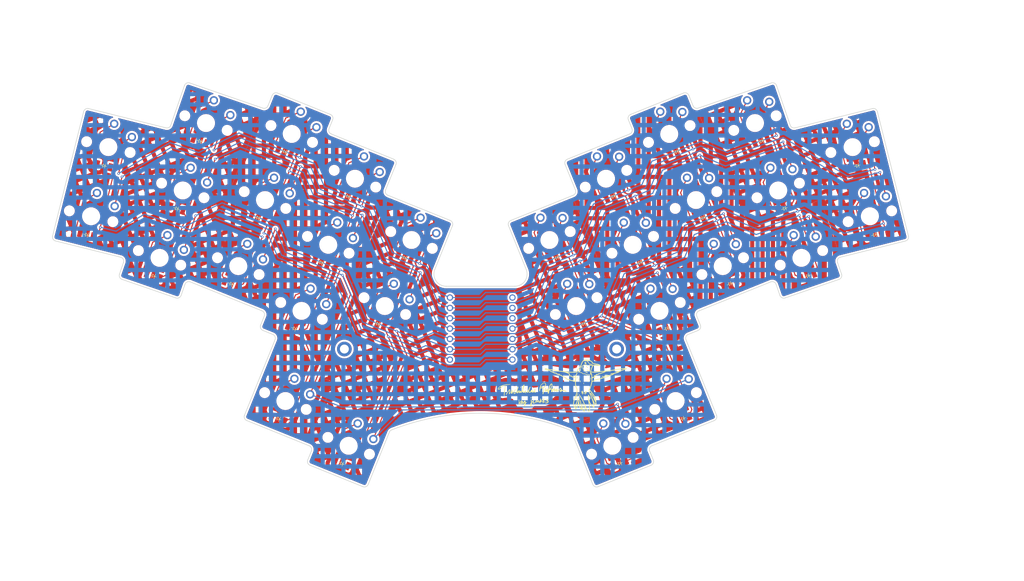
<source format=kicad_pcb>
(kicad_pcb (version 20211014) (generator pcbnew)
  (title_block (title "KEYBOARD_NAME_HERE") (rev "VERSION_HERE") (company "YOUR_NAME_HERE"))
  (layers (0 "F.Cu" signal) (31 "B.Cu" signal) (34 "B.Paste" user) (35 "F.Paste" user) (36 "B.SilkS" user "B.Silkscreen") (37 "F.SilkS" user "F.Silkscreen") (38 "B.Mask" user) (39 "F.Mask" user) (44 "Edge.Cuts" user))
  (net 0 "")
  (net 1 "P2")
  (net 2 "pinky_home")
  (net 3 "P6")
  (net 4 "P0")
  (net 5 "pinky_top")
  (net 6 "P4")
  (net 7 "ring_bottom")
  (net 8 "P3")
  (net 9 "ring_home")
  (net 10 "P1")
  (net 11 "ring_top")
  (net 12 "P5")
  (net 13 "middle_bottom")
  (net 14 "middle_home")
  (net 15 "P7")
  (net 16 "middle_top")
  (net 17 "index_bottom")
  (net 18 "index_home")
  (net 19 "index_top")
  (net 20 "inner_home")
  (net 21 "P8")
  (net 22 "inner_top")
  (net 23 "outer_thumb")
  (net 24 "inner_thumb")
  (net 25 "mirror_pinky_home")
  (net 26 "P10")
  (net 27 "mirror_pinky_top")
  (net 28 "mirror_ring_bottom")
  (net 29 "P9")
  (net 30 "mirror_ring_home")
  (net 31 "mirror_ring_top")
  (net 32 "mirror_middle_bottom")
  (net 33 "mirror_middle_home")
  (net 34 "mirror_middle_top")
  (net 35 "mirror_index_bottom")
  (net 36 "mirror_index_home")
  (net 37 "mirror_index_top")
  (net 38 "mirror_inner_home")
  (net 39 "mirror_inner_top")
  (net 40 "mirror_outer_thumb")
  (net 41 "mirror_inner_thumb")
  (net 42 "GND")
  (net 43 "RAW3V3")
  (net 44 "RAW5V")
  (footprint "PG1350" (layer "F.Cu") (at 227.222491 151.265151 22)
    (fp_text reference "S27" hide)
    (fp_text value "" hide)
  )
  (footprint "VIA-0.6mm" (layer "F.Cu") (at 228.159174 140.236175 22)
    (fp_text reference "REF**" hide)
    (fp_text value "VIA-0.6mm" hide)
  )
  (footprint "PG1350" (layer "F.Cu") (at 295.032528 112.237972 14)
    (fp_text reference "S17" hide)
    (fp_text value "" hide)
  )
  (footprint "VIA-0.6mm" (layer "F.Cu") (at 183.185982 157.42641 -22)
    (fp_text reference "REF**" hide)
    (fp_text value "VIA-0.6mm" hide)
  )
  (footprint "trochilidae:BigDiode" (layer "F.Cu") (at 178.52197 155.622907 158)
    (fp_text reference "D12" hide)
    (fp_text value "" hide)
  )
  (footprint "PG1350" (layer "F.Cu") (at 220.666877 135.039441 22)
    (fp_text reference "S28" hide)
    (fp_text value "" hide)
  )
  (footprint "trochilidae:BigDiode" (layer "F.Cu") (at 129.19642 127.325453 161)
    (fp_text reference "D4" hide)
    (fp_text value "" hide)
  )
  (footprint "PG1350" (layer "F.Cu") (at 112.47258 112.237978 -14)
    (fp_text reference "S2" hide)
    (fp_text value "" hide)
  )
  (footprint "PG1350" (layer "F.Cu") (at 172.963135 119.996354 -22)
    (fp_text reference "S11" hide)
    (fp_text value "" hide)
  )
  (footprint "VIA-0.6mm" (layer "F.Cu") (at 153.422285 132.323858 -22)
    (fp_text reference "REF**" hide)
    (fp_text value "VIA-0.6mm" hide)
  )
  (footprint "PG1350" (layer "F.Cu") (at 180.282621 151.26515 -22)
    (fp_text reference "S12" hide)
    (fp_text value "" hide)
  )
  (footprint "trochilidae:BigDiode" (layer "F.Cu") (at 154.138133 178.936157 158)
    (fp_text reference "D14" hide)
    (fp_text value "" hide)
  )
  (footprint "PG1350" (layer "F.Cu") (at 234.541961 119.996352 22)
    (fp_text reference "S26" hide)
    (fp_text value "" hide)
  )
  (footprint "VIA-0.6mm" (layer "F.Cu") (at 181.09563 158.745488 -22)
    (fp_text reference "REF**" hide)
    (fp_text value "VIA-0.6mm" hide)
  )
  (footprint "VIA-0.6mm" (layer "F.Cu") (at 138.669172 115.172371 -19)
    (fp_text reference "REF**" hide)
    (fp_text value "VIA-0.6mm" hide)
  )
  (footprint "VIA-0.6mm" (layer "F.Cu") (at 257.548267 114.206437 22)
    (fp_text reference "REF**" hide)
    (fp_text value "VIA-0.6mm" hide)
  )
  (footprint "trochilidae:BigDiode" (layer "F.Cu") (at 272.611242 110.778875 -161)
    (fp_text reference "D20" hide)
    (fp_text value "" hide)
  )
  (footprint "PG1350" (layer "F.Cu") (at 282.475969 139.428091 19)
    (fp_text reference "S18" hide)
    (fp_text value "" hide)
  )
  (footprint "VIA-0.6mm" (layer "F.Cu") (at 241.659657 124.265905 22)
    (fp_text reference "REF**" hide)
    (fp_text value "VIA-0.6mm" hide)
  )
  (footprint "VIA-0.6mm" (layer "F.Cu") (at 150.616416 133.35501 -22)
    (fp_text reference "REF**" hide)
    (fp_text value "VIA-0.6mm" hide)
  )
  (footprint "VIA-0.6mm" (layer "F.Cu") (at 138.374786 112.955755 -19)
    (fp_text reference "REF**" hide)
    (fp_text value "VIA-0.6mm" hide)
  )
  (footprint "trochilidae:M2MountingHoleSimple" (layer "F.Cu") (at 170.357715 161.815449 -22)
    (fp_text reference "HOLE1" hide)
    (fp_text value "")
  )
  (footprint "trochilidae:BigDiode" (layer "F.Cu") (at 134.893863 110.77888 161)
    (fp_text reference "D5" hide)
    (fp_text value "" hide)
  )
  (footprint "VIA-0.6mm" (layer "F.Cu") (at 276.368905 109.40569 19)
    (fp_text reference "REF**" hide)
    (fp_text value "VIA-0.6mm" hide)
  )
  (footprint "PG1350" (layer "F.Cu") (at 263.167207 141.461135 22)
    (fp_text reference "S21" hide)
    (fp_text value "" hide)
  )
  (footprint "VIA-0.6mm" (layer "F.Cu") (at 159.425322 114.796347 -22)
    (fp_text reference "REF**" hide)
    (fp_text value "VIA-0.6mm" hide)
  )
  (footprint "VIA-0.6mm" (layer "F.Cu") (at 233.442241 153.740432 22)
    (fp_text reference "REF**" hide)
    (fp_text value "VIA-0.6mm" hide)
  )
  (footprint "VIA-0.6mm" (layer "F.Cu") (at 133.876442 129.09146 -19)
    (fp_text reference "REF**" hide)
    (fp_text value "VIA-0.6mm" hide)
  )
  (footprint "trochilidae:M2MountingHoleSimple" (layer "F.Cu") (at 237.147399 161.815443 22)
    (fp_text reference "HOLE2" hide)
    (fp_text value "")
  )
  (footprint "trochilidae:BigDiode" (layer "F.Cu") (at 242.858234 140.579825 -158)
    (fp_text reference "D25" hide)
    (fp_text value "" hide)
  )
  (footprint "trochilidae:XiaoSimple" (layer "F.Cu") (at 195.002561 167.289429)
    (fp_text reference "")
    (fp_text value "")
  )
  (footprint "PG1350" (layer "F.Cu") (at 159.851905 152.44779 -22)
    (fp_text reference "S9" hide)
    (fp_text value "" hide)
  )
  (footprint "trochilidae:BigDiode" (layer "F.Cu") (at 222.427533 139.397192 -158)
    (fp_text reference "D28" hide)
    (fp_text value "" hide)
  )
  (footprint "PG1350" (layer "F.Cu") (at 157.449129 109.009692 -22)
    (fp_text reference "S8" hide)
    (fp_text value "" hide)
  )
  (footprint "trochilidae:BigDiode" (layer "F.Cu") (at 155.688491 113.367464 158)
    (fp_text reference "D8" hide)
    (fp_text value "" hide)
  )
  (footprint "VIA-0.6mm" (layer "F.Cu") (at 115.806739 119.552162 -14)
    (fp_text reference "REF**" hide)
    (fp_text value "VIA-0.6mm" hide)
  )
  (footprint "trochilidae:BigDiode" (layer "F.Cu") (at 236.302624 124.354118 -158)
    (fp_text reference "D26" hide)
    (fp_text value "" hide)
  )
  (footprint "trochilidae:BigDiode" (layer "F.Cu") (at 284.006129 143.872026 -161)
    (fp_text reference "D18" hide)
    (fp_text value "" hide)
  )
  (footprint "PG1350" (layer "F.Cu") (at 136.424034 106.33494 -19)
    (fp_text reference "S5" hide)
    (fp_text value "" hide)
  )
  (footprint "PG1350" (layer "F.Cu") (at 299.266159 129.218145 14)
    (fp_text reference "S16" hide)
    (fp_text value "" hide)
  )
  (footprint "trochilidae:BigDiode" (layer "F.Cu") (at 149.132874 129.593175 158)
    (fp_text reference "D7" hide)
    (fp_text value "" hide)
  )
  (footprint "trochilidae:BigDiode" (layer "F.Cu") (at 300.40319 133.77854 -166)
    (fp_text reference "D16" hide)
    (fp_text value "" hide)
  )
  (footprint "VIA-0.6mm" (layer "F.Cu") (at 239.983265 122.786143 22)
    (fp_text reference "REF**" hide)
    (fp_text value "VIA-0.6mm" hide)
  )
  (footprint "VIA-0.6mm" (layer "F.Cu") (at 159.603296 117.025322 -22)
    (fp_text reference "REF**" hide)
    (fp_text value "VIA-0.6mm" hide)
  )
  (footprint "trochilidae:BigDiode" (layer "F.Cu") (at 123.498972 143.872026 161)
    (fp_text reference "D3" hide)
    (fp_text value "" hide)
  )
  (footprint "PG1350" (layer "F.Cu") (at 166.407526 136.22207 -22)
    (fp_text reference "S10" hide)
    (fp_text value "" hide)
  )
  (footprint "VIA-0.6mm" (layer "F.Cu") (at 226.482775 138.756421 22)
    (fp_text reference "REF**" hide)
    (fp_text value "VIA-0.6mm" hide)
  )
  (footprint "VIA-0.6mm" (layer "F.Cu") (at 301.728661 118.426864 14)
    (fp_text reference "REF**" hide)
    (fp_text value "VIA-0.6mm" hide)
  )
  (footprint "trochilidae:BigDiode" (layer "F.Cu") (at 249.41386 156.80554 -158)
    (fp_text reference "D24" hide)
    (fp_text value "" hide)
  )
  (footprint "VIA-0.6mm" (layer "F.Cu") (at 169.31089 142.383329 -22)
    (fp_text reference "REF**" hide)
    (fp_text value "VIA-0.6mm" hide)
  )
  (footprint "trochilidae:BigDiode" (layer "F.Cu") (at 164.646873 140.579835 158)
    (fp_text reference "D10" hide)
    (fp_text value "" hide)
  )
  (footprint "PG1350" (layer "F.Cu") (at 150.893527 125.235416 -22)
    (fp_text reference "S7" hide)
    (fp_text value "" hide)
  )
  (footprint "VIA-0.6mm" (layer "F.Cu") (at 237.357341 175.352657 22)
    (fp_text reference "REF**" hide)
    (fp_text value "VIA-0.6mm" hide)
  )
  (footprint "VIA-0.6mm" (layer "F.Cu") (at 188.99238 143.055062 -22)
    (fp_text reference "REF**" hide)
    (fp_text value "VIA-0.6mm" hide)
  )
  (footprint "PG1350" (layer "F.Cu") (at 155.898788 174.578391 -22)
    (fp_text reference "S14" hide)
    (fp_text value "" hide)
  )
  (footprint "trochilidae:BigDiode" (layer "F.Cu") (at 264.927845 145.818898 -158)
    (fp_text reference "D21" hide)
    (fp_text value "" hide)
  )
  (footprint "trochilidae:BigDiode" (layer "F.Cu") (at 171.202483 124.354118 158)
    (fp_text reference "D11" hide)
    (fp_text value "" hide)
  )
  (footprint "trochilidae:BigDiode" (layer "F.Cu") (at 251.816619 113.367462 -158)
    (fp_text reference "D23" hide)
    (fp_text value "" hide)
  )
  (footprint "PG1350" (layer "F.Cu") (at 251.606319 174.578383 22)
    (fp_text reference "S29" hide)
    (fp_text value "" hide)
  )
  (footprint "trochilidae:BigDiode" (layer "F.Cu") (at 258.372236 129.593184 -158)
    (fp_text reference "D22" hide)
    (fp_text value "" hide)
  )
  (footprint "PG1350" (layer "F.Cu") (at 130.726593 122.881506 -19)
    (fp_text reference "S4" hide)
    (fp_text value "" hide)
  )
  (footprint "PG1350" (layer "F.Cu") (at 186.83823 135.039432 -22)
    (fp_text reference "S13" hide)
    (fp_text value "" hide)
  )
  (footprint "VIA-0.6mm" (layer "F.Cu") (at 114.97431 118.715941 -14)
    (fp_text reference "REF**" hide)
    (fp_text value "VIA-0.6mm" hide)
  )
  (footprint "trochilidae:BigDiode" (layer "F.Cu") (at 169.652133 189.922796 158)
    (fp_text reference "D15" hide)
    (fp_text value "" hide)
  )
  (footprint "VIA-0.6mm" (layer "F.Cu") (at 188.814413 140.82608 -22)
    (fp_text reference "REF**" hide)
    (fp_text value "VIA-0.6mm" hide)
  )
  (footprint "PG1350" (layer "F.Cu") (at 256.611588 125.235416 22)
    (fp_text reference "S22" hide)
    (fp_text value "" hide)
  )
  (footprint "trochilidae:BigDiode" (layer "F.Cu") (at 296.169562 116.798365 -166)
    (fp_text reference "D17" hide)
    (fp_text value "" hide)
  )
  (footprint "VIA-0.6mm" (layer "F.Cu") (at 235.658065 157.169307 22)
    (fp_text reference "REF**" hide)
    (fp_text value "VIA-0.6mm" hide)
  )
  (footprint "VIA-0.6mm" (layer "F.Cu") (at 255.871868 112.726681 22)
    (fp_text reference "REF**" hide)
    (fp_text value "VIA-0.6mm" hide)
  )
  (footprint "trochilidae:RufousSilkText" (layer "F.Cu") (at 216.53644 172.806021)
    (fp_text reference "G***" hide)
    (fp_text value "LOGO" hide)
  )
  (footprint "trochilidae:BigDiode" (layer "F.Cu") (at 111.335549 116.798362 166)
    (fp_text reference "D2" hide)
    (fp_text value "" hide)
  )
  (footprint "VIA-0.6mm" (layer "F.Cu") (at 263.354672 128.5778 22)
    (fp_text reference "REF**" hide)
    (fp_text value "VIA-0.6mm" hide)
  )
  (footprint "trochilidae:BigDiode" (layer "F.Cu") (at 107.101925 133.778529 166)
    (fp_text reference "D1" hide)
    (fp_text value "" hide)
  )
  (footprint "trochilidae:BigDiode" (layer "F.Cu") (at 142.577256 145.8189 158)
    (fp_text reference "D6" hide)
    (fp_text value "" hide)
  )
  (footprint "trochilidae:BigDiode" (layer "F.Cu") (at 237.852979 189.9228 -158)
    (fp_text reference "D30" hide)
    (fp_text value "" hide)
  )
  (footprint "VIA-0.6mm" (layer "F.Cu") (at 169.863468 143.685116 -22)
    (fp_text reference "REF**" hide)
    (fp_text value "VIA-0.6mm" hide)
  )
  (footprint "VIA-0.6mm" (layer "F.Cu") (at 261.716026 130.312191 22)
    (fp_text reference "REF**" hide)
    (fp_text value "VIA-0.6mm" hide)
  )
  (footprint "trochilidae:BigDiode" (layer "F.Cu") (at 228.983153 155.622915 -158)
    (fp_text reference "D27" hide)
    (fp_text value "" hide)
  )
  (footprint "PG1350" (layer "F.Cu") (at 276.778521 122.881518 19)
    (fp_text reference "S19" hide)
    (fp_text value "" hide)
  )
  (footprint "VIA-0.6mm" (layer "F.Cu") (at 174.564711 126.710187 -22)
    (fp_text reference "REF**" hide)
    (fp_text value "VIA-0.6mm" hide)
  )
  (footprint "PG1350" (layer "F.Cu") (at 125.029147 139.428085 -19)
    (fp_text reference "S3" hide)
    (fp_text value "" hide)
  )
  (footprint "PG1350" (layer "F.Cu") (at 271.081073 106.334941 19)
    (fp_text reference "S20" hide)
    (fp_text value "" hide)
  )
  (footprint "trochilidae:RufousSilk" (layer "F.Cu") (at 229.036439 170.706016)
    (fp_text reference "G***" hide)
    (fp_text value "LOGO" hide)
  )
  (footprint "PG1350" (layer "F.Cu") (at 241.097587 136.222061 22)
    (fp_text reference "S25" hide)
    (fp_text value "" hide)
  )
  (footprint "trochilidae:BigDiode" (layer "F.Cu") (at 185.077588 139.397194 158)
    (fp_text reference "D13" hide)
    (fp_text value "" hide)
  )
  (footprint "VIA-0.6mm" (layer "F.Cu") (at 277.965555 110.971152 19)
    (fp_text reference "REF**" hide)
    (fp_text value "VIA-0.6mm" hide)
  )
  (footprint "VIA-0.6mm" (layer "F.Cu") (at 284.266749 129.255626 19)
    (fp_text reference "REF**" hide)
    (fp_text value "VIA-0.6mm" hide)
  )
  (footprint "PG1350" (layer "F.Cu") (at 247.653204 152.447782 22)
    (fp_text reference "S24" hide)
    (fp_text value "" hide)
  )
  (footprint "PG1350" (layer "F.Cu") (at 108.23895 129.218142 -14)
    (fp_text reference "S1" hide)
    (fp_text value "" hide)
  )
  (footprint "PG1350" (layer "F.Cu") (at 144.337909 141.461132 -22)
    (fp_text reference "S6" hide)
    (fp_text value "" hide)
  )
  (footprint "PG1350" (layer "F.Cu") (at 236.092326 185.56504 22)
    (fp_text reference "S30" hide)
    (fp_text value "" hide)
  )
  (footprint "trochilidae:BigDiode" (layer "F.Cu") (at 158.091256 156.805546 158)
    (fp_text reference "D9" hide)
    (fp_text value "" hide)
  )
  (footprint "trochilidae:BigDiode" (layer "F.Cu") (at 278.308689 127.325454 -161)
    (fp_text reference "D19" hide)
    (fp_text value "" hide)
  )
  (footprint "VIA-0.6mm" (layer "F.Cu") (at 247.147822 143.079177 22)
    (fp_text reference "REF**" hide)
    (fp_text value "VIA-0.6mm" hide)
  )
  (footprint "PG1350" (layer "F.Cu") (at 250.055975 109.009701 22)
    (fp_text reference "S23" hide)
    (fp_text value "" hide)
  )
  (footprint "VIA-0.6mm" (layer "F.Cu") (at 281.58507 127.979149 19)
    (fp_text reference "REF**" hide)
    (fp_text value "VIA-0.6mm" hide)
  )
  (footprint "VIA-0.6mm" (layer "F.Cu") (at 174.742678 128.939164 -22)
    (fp_text reference "REF**" hide)
    (fp_text value "VIA-0.6mm" hide)
  )
  (footprint "trochilidae:BigDiode" (layer "F.Cu") (at 253.366976 178.936151 -158)
    (fp_text reference "D29" hide)
    (fp_text value "" hide)
  )
  (footprint "VIA-0.6mm" (layer "F.Cu") (at 248.589883 141.418807 22)
    (fp_text reference "REF**" hide)
    (fp_text value "VIA-0.6mm" hide)
  )
  (footprint "PG1350" (layer "F.Cu") (at 171.412779 185.56504 -22)
    (fp_text reference "S15" hide)
    (fp_text value "" hide)
  )
  (footprint "VIA-0.6mm" (layer "F.Cu") (at 300.519078 117.709049 14)
    (fp_text reference "REF**" hide)
    (fp_text value "VIA-0.6mm" hide)
  )
  (gr_line (start 161.925642 190.360257) (end 174.906213 195.604755) (layer "Edge.Cuts") (width 0.15))
  (gr_arc (start 166.93628 104.214479) (mid 167.482172 104.750932) (end 167.488861 105.516267) (layer "Edge.Cuts") (width 0.15))
  (gr_line (start 246.132039 189.058474) (end 245.242352 186.85641) (layer "Edge.Cuts") (width 0.15))
  (gr_arc (start 224.502262 116.502915) (mid 224.508941 115.73758) (end 225.054832 115.201122) (layer "Edge.Cuts") (width 0.15))
  (gr_arc (start 257.14584 102.672258) (mid 256.405583 102.636702) (end 255.893098 102.101348) (layer "Edge.Cuts") (width 0.15))
  (gr_line (start 280.913265 107.513392) (end 299.889224 102.782152) (layer "Edge.Cuts") (width 0.15))
  (gr_arc (start 161.925642 190.360257) (mid 161.379747 189.823805) (end 161.373065 189.05847) (layer "Edge.Cuts") (width 0.15))
  (gr_arc (start 161.710186 185.55462) (mid 162.256083 186.091074) (end 162.262761 186.856411) (layer "Edge.Cuts") (width 0.15))
  (gr_arc (start 182.450277 115.201128) (mid 182.996173 115.737581) (end 183.002861 116.502918) (layer "Edge.Cuts") (width 0.15))
  (gr_line (start 276.255918 145.936209) (end 277.190796 148.651264) (layer "Edge.Cuts") (width 0.15))
  (gr_line (start 211.179742 130.2442) (end 226.478262 124.063198) (layer "Edge.Cuts") (width 0.15))
  (gr_arc (start 146.411652 179.37361) (mid 145.86575 178.837156) (end 145.859071 178.071816) (layer "Edge.Cuts") (width 0.15))
  (gr_arc (start 181.955951 181.66416) (mid 203.752554 177.565037) (end 225.549159 181.664153) (layer "Edge.Cuts") (width 0.15))
  (gr_arc (start 127.779297 106.868661) (mid 127.310934 107.421913) (end 126.591848 107.513393) (layer "Edge.Cuts") (width 0.15))
  (gr_line (start 127.779289 106.868663) (end 131.138868 97.111761) (layer "Edge.Cuts") (width 0.15))
  (gr_arc (start 278.461884 149.27121) (mid 277.697945 149.224489) (end 277.190796 148.651264) (layer "Edge.Cuts") (width 0.15))
  (gr_arc (start 131.138868 97.111761) (mid 131.646012 96.538537) (end 132.409945 96.491818) (layer "Edge.Cuts") (width 0.15))
  (gr_arc (start 253.5494 98.969986) (mid 254.314741 98.976661) (end 254.851196 99.52256) (layer "Edge.Cuts") (width 0.15))
  (gr_line (start 240.016258 105.516269) (end 240.905937 107.718322) (layer "Edge.Cuts") (width 0.15))
  (gr_line (start 162.262761 186.856411) (end 161.373065 189.05847) (layer "Edge.Cuts") (width 0.15))
  (gr_arc (start 280.913265 107.513392) (mid 280.19418 107.421919) (end 279.725816 106.86867) (layer "Edge.Cuts") (width 0.15))
  (gr_line (start 253.5494 98.969986) (end 240.568835 104.21447) (layer "Edge.Cuts") (width 0.15))
  (gr_line (start 115.805974 144.713256) (end 129.043233 149.271216) (layer "Edge.Cuts") (width 0.15))
  (gr_line (start 99.511503 135.287057) (end 115.473877 139.266923) (layer "Edge.Cuts") (width 0.15))
  (gr_arc (start 274.935788 145.334594) (mid 275.725093 145.35181) (end 276.255918 145.936209) (layer "Edge.Cuts") (width 0.15))
  (gr_line (start 225.054832 115.201122) (end 240.353369 109.02012) (layer "Edge.Cuts") (width 0.15))
  (gr_line (start 195.325265 146.397432) (end 212.179841 146.397427) (layer "Edge.Cuts") (width 0.15))
  (gr_arc (start 292.319093 143.442168) (mid 292.272373 144.206113) (end 291.699139 144.713259) (layer "Edge.Cuts") (width 0.15))
  (gr_line (start 167.151748 109.020118) (end 182.450277 115.201128) (layer "Edge.Cuts") (width 0.15))
  (gr_line (start 130.314315 148.65127) (end 131.249188 145.936204) (layer "Edge.Cuts") (width 0.15))
  (gr_arc (start 131.249187 145.936197) (mid 131.780014 145.351805) (end 132.569313 145.334587) (layer "Edge.Cuts") (width 0.15))
  (gr_line (start 245.79493 185.554626) (end 261.093466 179.373604) (layer "Edge.Cuts") (width 0.15))
  (gr_arc (start 115.805967 144.71326) (mid 115.232744 144.206109) (end 115.186021 143.442169) (layer "Edge.Cuts") (width 0.15))
  (gr_arc (start 257.692929 155.941223) (mid 257.686247 156.706562) (end 257.140346 157.243013) (layer "Edge.Cuts") (width 0.15))
  (gr_arc (start 225.549153 181.664159) (mid 225.88866 181.884437) (end 226.113062 182.221233) (layer "Edge.Cuts") (width 0.15))
  (gr_line (start 257.14584 102.672258) (end 275.095162 96.491819) (layer "Edge.Cuts") (width 0.15))
  (gr_arc (start 254.153907 159.528141) (mid 254.160585 158.762802) (end 254.706487 158.226352) (layer "Edge.Cuts") (width 0.15))
  (gr_arc (start 232.598887 195.604762) (mid 231.833553 195.598079) (end 231.297102 195.052183) (layer "Edge.Cuts") (width 0.15))
  (gr_arc (start 240.016254 105.516272) (mid 240.022929 104.750926) (end 240.568835 104.21447) (layer "Edge.Cuts") (width 0.15))
  (gr_line (start 226.113062 182.221233) (end 231.297102 195.052183) (layer "Edge.Cuts") (width 0.15))
  (gr_arc (start 181.026839 124.063204) (mid 180.480931 123.526751) (end 180.474265 122.761407) (layer "Edge.Cuts") (width 0.15))
  (gr_arc (start 195.325265 146.397432) (mid 192.838149 145.075009) (end 192.543715 142.273608) (layer "Edge.Cuts") (width 0.15))
  (gr_arc (start 152.798621 158.226357) (mid 153.344517 158.762808) (end 153.351199 159.528145) (layer "Edge.Cuts") (width 0.15))
  (gr_line (start 210.627164 131.545999) (end 214.961394 142.273612) (layer "Edge.Cuts") (width 0.15))
  (gr_line (start 150.701883 153.739165) (end 149.812183 155.941219) (layer "Edge.Cuts") (width 0.15))
  (gr_line (start 132.409945 96.491818) (end 150.359255 102.67226) (layer "Edge.Cuts") (width 0.15))
  (gr_line (start 257.692929 155.941223) (end 256.803229 153.739151) (layer "Edge.Cuts") (width 0.15))
  (gr_line (start 278.461881 149.271219) (end 291.699139 144.713259) (layer "Edge.Cuts") (width 0.15))
  (gr_arc (start 256.803229 153.739151) (mid 256.809911 152.973816) (end 257.355808 152.437366) (layer "Edge.Cuts") (width 0.15))
  (gr_line (start 192.543715 142.273608) (end 196.877949 131.545997) (layer "Edge.Cuts") (width 0.15))
  (gr_line (start 116.177475 140.562784) (end 115.186021 143.442169) (layer "Edge.Cuts") (width 0.15))
  (gr_arc (start 308.721985 134.074845) (mid 308.608857 134.831803) (end 307.993609 135.287054) (layer "Edge.Cuts") (width 0.15))
  (gr_line (start 232.598887 195.604754) (end 245.579468 190.360258) (layer "Edge.Cuts") (width 0.15))
  (gr_arc (start 176.208006 195.052171) (mid 175.671552 195.59807) (end 174.906213 195.604755) (layer "Edge.Cuts") (width 0.15))
  (gr_line (start 255.893098 102.101348) (end 254.851196 99.52256) (layer "Edge.Cuts") (width 0.15))
  (gr_arc (start 196.325374 130.244198) (mid 196.871272 130.780656) (end 196.877949 131.545997) (layer "Edge.Cuts") (width 0.15))
  (gr_arc (start 261.646046 178.07182) (mid 261.639367 178.837157) (end 261.093466 179.373604) (layer "Edge.Cuts") (width 0.15))
  (gr_arc (start 227.030851 122.76141) (mid 227.024174 123.526752) (end 226.478262 124.063198) (layer "Edge.Cuts") (width 0.15))
  (gr_line (start 145.859071 178.071816) (end 153.351199 159.528145) (layer "Edge.Cuts") (width 0.15))
  (gr_arc (start 152.653925 99.522558) (mid 153.190373 98.976663) (end 153.955705 98.969979) (layer "Edge.Cuts") (width 0.15))
  (gr_arc (start 150.149308 152.437368) (mid 150.695206 152.973824) (end 150.701883 153.739165) (layer "Edge.Cuts") (width 0.15))
  (gr_line (start 254.15391 159.52814) (end 261.646046 178.07182) (layer "Edge.Cuts") (width 0.15))
  (gr_arc (start 167.151748 109.020118) (mid 166.605845 108.483668) (end 166.599173 107.71833) (layer "Edge.Cuts") (width 0.15))
  (gr_line (start 180.474265 122.761407) (end 183.002861 116.502918) (layer "Edge.Cuts") (width 0.15))
  (gr_arc (start 299.889224 102.782152) (mid 300.64618 102.895283) (end 301.101437 103.510524) (layer "Edge.Cuts") (width 0.15))
  (gr_arc (start 214.961401 142.273618) (mid 214.666955 145.075015) (end 212.179841 146.397427) (layer "Edge.Cuts") (width 0.15))
  (gr_arc (start 181.392043 182.221236) (mid 181.616443 181.884438) (end 181.955951 181.66416) (layer "Edge.Cuts") (width 0.15))
  (gr_line (start 166.936282 104.214469) (end 153.955705 98.969979) (layer "Edge.Cuts") (width 0.15))
  (gr_line (start 98.783127 134.074835) (end 106.403672 103.51052) (layer "Edge.Cuts") (width 0.15))
  (gr_line (start 301.101437 103.510524) (end 308.721974 134.07484) (layer "Edge.Cuts") (width 0.15))
  (gr_arc (start 151.612014 102.10135) (mid 151.099518 102.636704) (end 150.359255 102.67226) (layer "Edge.Cuts") (width 0.15))
  (gr_line (start 292.319093 143.442168) (end 291.327635 140.56279) (layer "Edge.Cuts") (width 0.15))
  (gr_line (start 132.569313 145.334587) (end 150.149308 152.437368) (layer "Edge.Cuts") (width 0.15))
  (gr_line (start 166.599173 107.71833) (end 167.488861 105.516267) (layer "Edge.Cuts") (width 0.15))
  (gr_line (start 254.706487 158.226352) (end 257.140346 157.243013) (layer "Edge.Cuts") (width 0.15))
  (gr_arc (start 115.473881 139.266915) (mid 116.11078 139.760054) (end 116.177475 140.562784) (layer "Edge.Cuts") (width 0.15))
  (gr_line (start 276.366247 97.111762) (end 279.725816 106.86867) (layer "Edge.Cuts") (width 0.15))
  (gr_arc (start 275.095162 96.491814) (mid 275.859098 96.538541) (end 276.366247 97.111762) (layer "Edge.Cuts") (width 0.15))
  (gr_arc (start 246.13203 189.058474) (mid 246.125351 189.823803) (end 245.579468 190.360258) (layer "Edge.Cuts") (width 0.15))
  (gr_arc (start 240.905948 107.718327) (mid 240.899274 108.483668) (end 240.353369 109.02012) (layer "Edge.Cuts") (width 0.15))
  (gr_line (start 150.364775 157.243008) (end 152.798625 158.226354) (layer "Edge.Cuts") (width 0.15))
  (gr_line (start 292.031231 139.266924) (end 307.993609 135.287054) (layer "Edge.Cuts") (width 0.15))
  (gr_arc (start 150.364775 157.243008) (mid 149.818872 156.706558) (end 149.812183 155.941219) (layer "Edge.Cuts") (width 0.15))
  (gr_arc (start 99.511501 135.287061) (mid 98.896254 134.8318) (end 98.783127 134.074835) (layer "Edge.Cuts") (width 0.15))
  (gr_line (start 257.355808 152.437366) (end 274.935793 145.334584) (layer "Edge.Cuts") (width 0.15))
  (gr_line (start 107.615886 102.782147) (end 126.591848 107.513393) (layer "Edge.Cuts") (width 0.15))
  (gr_line (start 176.208006 195.052171) (end 181.392043 182.221236) (layer "Edge.Cuts") (width 0.15))
  (gr_arc (start 106.403672 103.51052) (mid 106.858931 102.895281) (end 107.615886 102.782147) (layer "Edge.Cuts") (width 0.15))
  (gr_line (start 146.411652 179.37361) (end 161.710186 185.55462) (layer "Edge.Cuts") (width 0.15))
  (gr_arc (start 130.314315 148.65127) (mid 129.807168 149.224492) (end 129.043233 149.271216) (layer "Edge.Cuts") (width 0.15))
  (gr_arc (start 210.627162 131.545996) (mid 210.633841 130.780655) (end 211.179742 130.2442) (layer "Edge.Cuts") (width 0.15))
  (gr_line (start 181.026839 124.063204) (end 196.325369 130.244199) (layer "Edge.Cuts") (width 0.15))
  (gr_arc (start 245.242358 186.856412) (mid 245.249035 186.091077) (end 245.79493 185.554626) (layer "Edge.Cuts") (width 0.15))
  (gr_line (start 152.653915 99.522557) (end 151.612014 102.10135) (layer "Edge.Cuts") (width 0.15))
  (gr_line (start 224.502262 116.502915) (end 227.030851 122.76141) (layer "Edge.Cuts") (width 0.15))
  (gr_arc (start 291.327635 140.56279) (mid 291.394332 139.760061) (end 292.031231 139.266924) (layer "Edge.Cuts") (width 0.15))
  (segment (start 114.015285 126.737294) (end 114.009733 126.740627) (width 0.25) (layer "F.Cu") (net 1))
  (segment (start 159.603296 117.025322) (end 156.952949 123.585154) (width 0.25) (layer "F.Cu") (net 1))
  (segment (start 277.965555 110.971152) (end 280.268953 117.660696) (width 0.25) (layer "F.Cu") (net 1))
  (segment (start 188.99238 143.055062) (end 186.342042 149.614888) (width 0.25) (layer "F.Cu") (net 1))
  (segment (start 115.806739 119.552162) (end 114.015285 126.737294) (width 0.25) (layer "F.Cu") (net 1))
  (segment (start 241.659657 124.265905) (end 244.309999 130.825731) (width 0.25) (layer "F.Cu") (net 1))
  (segment (start 277.965555 110.971152) (end 263.968322 115.790792) (width 0.25) (layer "B.Cu") (net 1))
  (segment (start 163.590009 123.330982) (end 161.184618 117.664228) (width 0.25) (layer "B.Cu") (net 1))
  (segment (start 188.99238 143.055062) (end 180.397862 139.582651) (width 0.25) (layer "B.Cu") (net 1))
  (segment (start 136.233089 115.178161) (end 127.91101 112.312642) (width 0.25) (layer "B.Cu") (net 1))
  (segment (start 233.304098 127.641771) (end 241.659657 124.265905) (width 0.25) (layer "B.Cu") (net 1))
  (segment (start 257.633581 113.100141) (end 263.941264 115.777592) (width 0.25) (layer "B.Cu") (net 1))
  (segment (start 180.397862 139.582651) (end 175.550679 128.163401) (width 0.25) (layer "B.Cu") (net 1))
  (segment (start 115.806739 119.552162) (end 127.898392 112.286767) (width 0.25) (layer "B.Cu") (net 1))
  (segment (start 216.946376 151.042736) (end 220.708349 142.180068) (width 0.25) (layer "B.Cu") (net 1))
  (segment (start 144.743058 111.027574) (end 136.233089 115.178161) (width 0.25) (layer "B.Cu") (net 1))
  (segment (start 161.184618 117.664228) (end 159.603296 117.025322) (width 0.25) (layer "B.Cu") (net 1))
  (segment (start 159.603296 117.025322) (end 144.846376 111.063143) (width 0.25) (layer "B.Cu") (net 1))
  (segment (start 193.225987 153.028801) (end 188.99238 143.055062) (width 0.25) (layer "B.Cu") (net 1))
  (segment (start 175.550679 128.163401) (end 163.590009 123.330982) (width 0.25) (layer "B.Cu") (net 1))
  (segment (start 241.659657 124.265905) (end 245.150271 122.855609) (width 0.25) (layer "B.Cu") (net 1))
  (segment (start 247.564357 117.168372) (end 257.633581 113.100141) (width 0.25) (layer "B.Cu") (net 1))
  (segment (start 220.708349 142.180068) (end 228.462848 139.047044) (width 0.25) (layer "B.Cu") (net 1))
  (segment (start 144.846376 111.063143) (end 144.743058 111.027574) (width 0.25) (layer "B.Cu") (net 1))
  (segment (start 228.462848 139.047044) (end 233.304098 127.641771) (width 0.25) (layer "B.Cu") (net 1))
  (segment (start 245.150271 122.855609) (end 247.564357 117.168372) (width 0.25) (layer "B.Cu") (net 1))
  (segment (start 204.969169 152.932452) (end 212.26916 152.93245) (width 0.25) (layer "B.Cu") (net 1))
  (segment (start 212.26916 152.93245) (end 216.946376 151.042736) (width 0.25) (layer "B.Cu") (net 1))
  (segment (start 196.252927 154.257081) (end 203.644532 154.257085) (width 0.25) (layer "B.Cu") (net 1))
  (segment (start 196.252559 154.251603) (end 193.225987 153.028801) (width 0.25) (layer "B.Cu") (net 1))
  (segment (start 203.644532 154.257085) (end 204.969169 152.932452) (width 0.25) (layer "B.Cu") (net 1))
  (segment (start 106.224779 125.561264) (end 104.634883 131.938012) (width 0.25) (layer "F.Cu") (net 2))
  (segment (start 104.634883 131.938012) (end 105.500927 133.379364) (width 0.25) (layer "F.Cu") (net 2))
  (segment (start 109.666288 123.493402) (end 106.224779 125.561264) (width 0.25) (layer "F.Cu") (net 2))
  (segment (start 130.756524 127.862642) (end 132.267878 127.125512) (width 0.25) (layer "F.Cu") (net 3))
  (segment (start 137.191104 112.827417) (end 136.453971 111.316066) (width 0.25) (layer "F.Cu") (net 3))
  (segment (start 132.267878 127.125512) (end 137.191104 112.827417) (width 0.25) (layer "F.Cu") (net 3))
  (segment (start 112.936535 117.197529) (end 113.802584 118.63888) (width 0.25) (layer "F.Cu") (net 3))
  (segment (start 131.483838 129.353838) (end 130.756524 127.862642) (width 0.25) (layer "F.Cu") (net 3))
  (segment (start 145.594848 145.805493) (end 150.25301 134.276146) (width 0.25) (layer "F.Cu") (net 3))
  (segment (start 130.603807 131.909622) (end 126.550292 143.681896) (width 0.25) (layer "F.Cu") (net 3))
  (segment (start 131.23906 130.064712) (end 131.483838 129.353838) (width 0.25) (layer "F.Cu") (net 3))
  (segment (start 113.802584 118.63888) (end 110.492072 131.916633) (width 0.25) (layer "F.Cu") (net 3))
  (segment (start 144.107108 146.437001) (end 145.594848 145.805493) (width 0.25) (layer "F.Cu") (net 3))
  (segment (start 110.492072 131.916633) (end 110.144254 133.311652) (width 0.25) (layer "F.Cu") (net 3))
  (segment (start 110.144254 133.311652) (end 108.702904 134.177704) (width 0.25) (layer "F.Cu") (net 3))
  (segment (start 130.604863 131.909108) (end 130.60435 131.908057) (width 0.25) (layer "F.Cu") (net 3))
  (segment (start 126.550292 143.681896) (end 125.059083 144.40921) (width 0.25) (layer "F.Cu") (net 3))
  (segment (start 130.60435 131.908057) (end 131.23906 130.064712) (width 0.25) (layer "F.Cu") (net 3))
  (segment (start 130.604863 131.909108) (end 130.603807 131.909622) (width 0.25) (layer "F.Cu") (net 3))
  (via (at 150.25301 134.276146) (size 0.6) (drill 0.3) (layers "F.Cu" "B.Cu") (net 3))
  (via (at 110.492072 131.916633) (size 0.6) (drill 0.3) (layers "F.Cu" "B.Cu") (net 3))
  (via (at 130.604863 131.909108) (size 0.6) (drill 0.3) (layers "F.Cu" "B.Cu") (net 3))
  (segment (start 196.252551 164.411612) (end 190.599549 162.127658) (width 0.25) (layer "B.Cu") (net 3))
  (segment (start 110.492072 131.916633) (end 114.353848 132.879484) (width 0.25) (layer "B.Cu") (net 3))
  (segment (start 174.556895 157.184312) (end 169.163745 144.478841) (width 0.25) (layer "B.Cu") (net 3))
  (segment (start 139.670839 127.616622) (end 130.760241 131.962615) (width 0.25) (layer "B.Cu") (net 3))
  (segment (start 188.742802 162.915792) (end 174.556895 157.184312) (width 0.25) (layer "B.Cu") (net 3))
  (segment (start 169.163745 144.478841) (end 154.959279 138.739864) (width 0.25) (layer "B.Cu") (net 3))
  (segment (start 114.353848 132.879484) (end 121.300661 128.705416) (width 0.25) (layer "B.Cu") (net 3))
  (segment (start 130.604863 131.909108) (end 132.481084 132.555147) (width 0.25) (layer "B.Cu") (net 3))
  (segment (start 133.535146 132.041042) (end 138.644845 129.548881) (width 0.25) (layer "B.Cu") (net 3))
  (segment (start 138.66394 129.593858) (end 138.644845 129.548881) (width 0.25) (layer "B.Cu") (net 3))
  (segment (start 130.604863 131.909108) (end 121.300661 128.705416) (width 0.25) (layer "B.Cu") (net 3))
  (segment (start 190.599549 162.127658) (end 188.742802 162.915792) (width 0.25) (layer "B.Cu") (net 3))
  (segment (start 139.688881 127.608964) (end 139.670839 127.616622) (width 0.25) (layer "B.Cu") (net 3))
  (segment (start 154.959279 138.739864) (end 152.417421 132.751628) (width 0.25) (layer "B.Cu") (net 3))
  (segment (start 152.417421 132.751628) (end 139.688881 127.608964) (width 0.25) (layer "B.Cu") (net 3))
  (segment (start 150.25301 134.276146) (end 138.66394 129.593858) (width 0.25) (layer "B.Cu") (net 3))
  (segment (start 132.481084 132.555147) (end 133.535146 132.041042) (width 0.25) (layer "B.Cu") (net 3))
  (segment (start 130.760241 131.962615) (end 130.604863 131.909108) (width 0.25) (layer "B.Cu") (net 3))
  (segment (start 118.243362 109.760461) (end 117.02457 110.492788) (width 0.25) (layer "F.Cu") (net 4))
  (segment (start 273.951563 102.385205) (end 276.368905 109.40569) (width 0.25) (layer "F.Cu") (net 4))
  (segment (start 117.02457 110.492788) (end 114.97431 118.715941) (width 0.25) (layer "F.Cu") (net 4))
  (segment (start 274.571513 101.114128) (end 273.951563 102.385205) (width 0.25) (layer "F.Cu") (net 4))
  (segment (start 237.201807 115.901817) (end 239.983265 122.786143) (width 0.25) (layer "F.Cu") (net 4))
  (segment (start 188.814413 140.82608) (end 191.595858 133.94174) (width 0.25) (layer "F.Cu") (net 4))
  (segment (start 162.20677 107.912016) (end 163.508559 107.359434) (width 0.25) (layer "F.Cu") (net 4))
  (segment (start 191.595858 133.94174) (end 192.89766 133.389163) (width 0.25) (layer "F.Cu") (net 4))
  (segment (start 159.425322 114.796347) (end 162.20677 107.912016) (width 0.25) (layer "F.Cu") (net 4))
  (segment (start 237.754389 114.600019) (end 237.201807 115.901817) (width 0.25) (layer "F.Cu") (net 4))
  (segment (start 243.37188 121.417064) (end 245.797019 115.703775) (width 0.25) (layer "B.Cu") (net 4))
  (segment (start 159.425322 114.796347) (end 144.529327 108.777985) (width 0.25) (layer "B.Cu") (net 4))
  (segment (start 134.635135 113.583773) (end 127.601511 111.161905) (width 0.25) (layer "B.Cu") (net 4))
  (segment (start 196.252915 149.177074) (end 203.724537 149.177082) (width 0.25) (layer "B.Cu") (net 4))
  (segment (start 188.814413 140.82608) (end 182.102074 138.11412) (width 0.25) (layer "B.Cu") (net 4))
  (segment (start 163.018637 116.248154) (end 159.425322 114.796347) (width 0.25) (layer "B.Cu") (net 4))
  (segment (start 165.45166 121.979985) (end 163.018637 116.248154) (width 0.25) (layer "B.Cu") (net 4))
  (segment (start 196.252555 149.171614) (end 193.433134 148.032489) (width 0.25) (layer "B.Cu") (net 4))
  (segment (start 193.433134 148.032489) (end 190.697068 141.58673) (width 0.25) (layer "B.Cu") (net 4))
  (segment (start 182.102074 138.11412) (end 177.282518 126.759963) (width 0.25) (layer "B.Cu") (net 4))
  (segment (start 226.610285 137.638463) (end 231.45153 126.233189) (width 0.25) (layer "B.Cu") (net 4))
  (segment (start 231.45153 126.233189) (end 239.983265 122.786143) (width 0.25) (layer "B.Cu") (net 4))
  (segment (start 219.124681 140.662845) (end 226.610285 137.638463) (width 0.25) (layer "B.Cu") (net 4))
  (segment (start 245.797019 115.703775) (end 257.859684 110.830146) (width 0.25) (layer "B.Cu") (net 4))
  (segment (start 239.983265 122.786143) (end 243.37188 121.417064) (width 0.25) (layer "B.Cu") (net 4))
  (segment (start 190.697068 141.58673) (end 188.814413 140.82608) (width 0.25) (layer "B.Cu") (net 4))
  (segment (start 212.269169 147.932451) (end 216.819241 146.094099) (width 0.25) (layer "B.Cu") (net 4))
  (segment (start 114.97431 118.715941) (end 127.589007 111.13627) (width 0.25) (layer "B.Cu") (net 4))
  (segment (start 144.522316 108.761474) (end 134.635135 113.583773) (width 0.25) (layer "B.Cu") (net 4))
  (segment (start 204.969166 147.932449) (end 212.269169 147.932451) (width 0.25) (layer "B.Cu") (net 4))
  (segment (start 177.282518 126.759963) (end 165.45166 121.979985) (width 0.25) (layer "B.Cu") (net 4))
  (segment (start 257.859684 110.830146) (end 264.31068 113.568437) (width 0.25) (layer "B.Cu") (net 4))
  (segment (start 276.368905 109.40569) (end 264.316989 113.555499) (width 0.25) (layer "B.Cu") (net 4))
  (segment (start 216.819241 146.094099) (end 219.124681 140.662845) (width 0.25) (layer "B.Cu") (net 4))
  (segment (start 203.724537 149.177082) (end 204.969166 147.932449) (width 0.25) (layer "B.Cu") (net 4))
  (segment (start 110.458409 108.581091) (end 108.868504 114.957838) (width 0.25) (layer "F.Cu") (net 5))
  (segment (start 113.899917 106.51323) (end 110.458409 108.581091) (width 0.25) (layer "F.Cu") (net 5))
  (segment (start 108.868504 114.957838) (end 109.734566 116.399183) (width 0.25) (layer "F.Cu") (net 5))
  (segment (start 185.741654 163.447187) (end 177.472212 183.91477) (width 0.25) (layer "F.Cu") (net 6))
  (segment (start 169.31089 142.383329) (end 165.911332 150.797515) (width 0.25) (layer "F.Cu") (net 6))
  (segment (start 183.185982 157.42641) (end 185.741654 163.447187) (width 0.25) (layer "F.Cu") (net 6))
  (segment (start 263.354672 128.5778) (end 266.379616 136.06481) (width 0.25) (layer "F.Cu") (net 6))
  (segment (start 130.993901 137.462958) (end 133.876442 129.09146) (width 0.25) (layer "F.Cu") (net 6))
  (segment (start 170.878303 143.016592) (end 169.31089 142.383329) (width 0.25) (layer "B.Cu") (net 6))
  (segment (start 212.269164 158.032445) (end 217.451927 155.938477) (width 0.25) (layer "B.Cu") (net 6))
  (segment (start 239.006607 143.307511) (end 252.160112 137.993149) (width 0.25) (layer "B.Cu") (net 6))
  (segment (start 252.160112 137.993149) (end 254.666717 132.087957) (width 0.25) (layer "B.Cu") (net 6))
  (segment (start 203.664528 159.337079) (end 204.969169 158.03244) (width 0.25) (layer "B.Cu") (net 6))
  (segment (start 192.280632 157.726851) (end 188.208175 159.4555) (width 0.25) (layer "B.Cu") (net 6))
  (segment (start 177.472204 183.914775) (end 184.626867 176.760117) (width 0.25) (layer "B.Cu") (net 6))
  (segment (start 183.185982 157.42641) (end 175.713346 154.407273) (width 0.25) (layer "B.Cu") (net 6))
  (segment (start 184.626867 176.760117) (end 236.03829 176.760121) (width 0.25) (layer "B.Cu") (net 6))
  (segment (start 234.221288 154.581021) (end 239.006607 143.307511) (width 0.25) (layer "B.Cu") (net 6))
  (segment (start 156.599667 137.247653) (end 154.161725 131.504221) (width 0.25) (layer "B.Cu") (net 6))
  (segment (start 254.818735 169.182051) (end 236.050039 176.7651) (width 0.25) (layer "B.Cu") (net 6))
  (segment (start 196.25255 159.331616) (end 192.280632 157.726851) (width 0.25) (layer "B.Cu") (net 6))
  (segment (start 154.161725 131.504221) (end 140.350464 125.924105) (width 0.25) (layer "B.Cu") (net 6))
  (segment (start 133.876442 129.09146) (end 140.346422 125.935844) (width 0.25) (layer "B.Cu") (net 6))
  (segment (start 254.666717 132.087957) (end 263.354672 128.5778) (width 0.25) (layer "B.Cu") (net 6))
  (segment (start 175.713346 154.407273) (end 170.878303 143.016592) (width 0.25) (layer "B.Cu") (net 6))
  (segment (start 196.252924 159.337079) (end 203.664528 159.337079) (width 0.25) (layer "B.Cu") (net 6))
  (segment (start 223.991208 158.714237) (end 234.221288 154.581021) (width 0.25) (layer "B.Cu") (net 6))
  (segment (start 217.451927 155.938477) (end 223.991208 158.714237) (width 0.25) (layer "B.Cu") (net 6))
  (segment (start 236.050039 176.7651) (end 236.03829 176.760121) (width 0.25) (layer "B.Cu") (net 6))
  (segment (start 169.31089 142.383329) (end 156.599667 137.247653) (width 0.25) (layer "B.Cu") (net 6))
  (segment (start 204.969169 158.03244) (end 212.269164 158.032445) (width 0.25) (layer "B.Cu") (net 6))
  (segment (start 188.208175 159.4555) (end 183.185982 157.42641) (width 0.25) (layer "B.Cu") (net 6))
  (segment (start 121.201739 141.82349) (end 121.938874 143.334835) (width 0.25) (layer "F.Cu") (net 7))
  (segment (start 123.341357 135.609585) (end 121.201739 141.82349) (width 0.25) (layer "F.Cu") (net 7))
  (segment (start 126.949995 133.849531) (end 123.341357 135.609585) (width 0.25) (layer "F.Cu") (net 7))
  (segment (start 172.466946 134.571804) (end 174.742678 128.939164) (width 0.25) (layer "F.Cu") (net 8))
  (segment (start 228.159174 140.236175) (end 230.43491 145.868806) (width 0.25) (layer "F.Cu") (net 8))
  (segment (start 138.669172 115.172371) (end 136.691344 120.916383) (width 0.25) (layer "F.Cu") (net 8))
  (segment (start 303.198336 124.321407) (end 301.728661 118.426864) (width 0.25) (layer "F.Cu") (net 8))
  (segment (start 257.548267 114.206437) (end 259.823994 119.839086) (width 0.25) (layer "F.Cu") (net 8))
  (segment (start 204.969165 155.532445) (end 212.269162 155.532452) (width 0.25) (layer "B.Cu") (net 8))
  (segment (start 234.234343 128.345782) (end 245.978525 123.600827) (width 0.25) (layer "B.Cu") (net 8))
  (segment (start 221.506388 142.924077) (end 228.159174 140.236175) (width 0.25) (layer "B.Cu") (net 8))
  (segment (start 293.564353 120.462456) (end 278.935592 111.672607) (width 0.25) (layer "B.Cu") (net 8))
  (segment (start 212.269162 155.532452) (end 216.958704 153.637746) (width 0.25) (layer "B.Cu") (net 8))
  (segment (start 196.252921 156.797079) (end 203.704537 156.797079) (width 0.25) (layer "B.Cu") (net 8))
  (segment (start 179.510345 140.171071) (end 174.742678 128.939164) (width 0.25) (layer "B.Cu") (net 8))
  (segment (start 301.728661 118.426864) (end 293.564353 120.462456) (width 0.25) (layer "B.Cu") (net 8))
  (segment (start 257.548267 114.206437) (end 263.830591 116.87313) (width 0.25) (layer "B.Cu") (net 8))
  (segment (start 193.118487 155.525364) (end 188.06873 143.628885) (width 0.25) (layer "B.Cu") (net 8))
  (segment (start 203.704537 156.797079) (end 204.969165 155.532445) (width 0.25) (layer "B.Cu") (net 8))
  (segment (start 229.399958 139.734864) (end 234.234343 128.345782) (width 0.25) (layer "B.Cu") (net 8))
  (segment (start 248.396725 117.903911) (end 257.548267 114.206437) (width 0.25) (layer "B.Cu") (net 8))
  (segment (start 160.384995 118.476906) (end 144.834863 112.194246) (width 0.25) (layer "B.Cu") (net 8))
  (segment (start 174.742678 128.939164) (end 162.773217 124.103186) (width 0.25) (layer "B.Cu") (net 8))
  (segment (start 228.159174 140.236175) (end 229.399958 139.734864) (width 0.25) (layer "B.Cu") (net 8))
  (segment (start 162.773217 124.103186) (end 160.384995 118.476906) (width 0.25) (layer "B.Cu") (net 8))
  (segment (start 216.958704 153.637746) (end 221.506388 142.924077) (width 0.25) (layer "B.Cu") (net 8))
  (segment (start 245.978525 123.600827) (end 248.396725 117.903911) (width 0.25) (layer "B.Cu") (net 8))
  (segment (start 196.252561 156.791613) (end 193.118487 155.525364) (width 0.25) (layer "B.Cu") (net 8))
  (segment (start 138.669172 115.172371) (end 144.824632 112.170141) (width 0.25) (layer "B.Cu") (net 8))
  (segment (start 188.06873 143.628885) (end 179.510345 140.171071) (width 0.25) (layer "B.Cu") (net 8))
  (segment (start 263.852261 116.864373) (end 278.916183 111.677447) (width 0.25) (layer "B.Cu") (net 8))
  (segment (start 126.899186 125.276918) (end 127.636313 126.788262) (width 0.25) (layer "F.Cu") (net 9))
  (segment (start 132.647444 117.302955) (end 129.038805 119.06301) (width 0.25) (layer "F.Cu") (net 9))
  (segment (start 129.038805 119.06301) (end 126.899186 125.276918) (width 0.25) (layer "F.Cu") (net 9))
  (segment (start 223.879292 129.643097) (end 223.326718 130.944893) (width 0.25) (layer "F.Cu") (net 10))
  (segment (start 174.564711 126.710187) (end 177.720771 118.898661) (width 0.25) (layer "F.Cu") (net 10))
  (segment (start 138.374786 112.955755) (end 141.117694 104.989758) (width 0.25) (layer "F.Cu") (net 10))
  (segment (start 177.720771 118.898661) (end 179.022559 118.346088) (width 0.25) (layer "F.Cu") (net 10))
  (segment (start 223.326718 130.944893) (end 226.482775 138.756421) (width 0.25) (layer "F.Cu") (net 10))
  (segment (start 300.519078 117.709049) (end 298.236333 108.553455) (width 0.25) (layer "F.Cu") (net 10))
  (segment (start 253.268386 103.613367) (end 252.71581 104.915169) (width 0.25) (layer "F.Cu") (net 10))
  (segment (start 141.117694 104.989758) (end 142.388787 104.369806) (width 0.25) (layer "F.Cu") (net 10))
  (segment (start 252.71581 104.915169) (end 255.871868 112.726681) (width 0.25) (layer "F.Cu") (net 10))
  (segment (start 298.236333 108.553455) (end 298.964703 107.341238) (width 0.25) (layer "F.Cu") (net 10))
  (segment (start 193.42715 150.570085) (end 189.935714 142.344768) (width 0.25) (layer "B.Cu") (net 10))
  (segment (start 162.0525 116.885692) (end 144.722169 109.883786) (width 0.25) (layer "B.Cu") (net 10))
  (segment (start 278.035672 109.887387) (end 278.038854 109.900143) (width 0.25) (layer "B.Cu") (net 10))
  (segment (start 255.871868 112.726681) (end 257.788646 111.952249) (width 0.25) (layer "B.Cu") (net 10))
  (segment (start 174.564711 126.710187) (end 164.495974 122.642146) (width 0.25) (layer "B.Cu") (net 10))
  (segment (start 278.038854 109.900143) (end 293.816365 119.38023) (width 0.25) (layer "B.Cu") (net 10))
  (segment (start 196.252925 151.717077) (end 203.684542 151.717083) (width 0.25) (layer "B.Cu") (net 10))
  (segment (start 203.684542 151.717083) (end 204.969161 150.432449) (width 0.25) (layer "B.Cu") (net 10))
  (segment (start 181.238728 138.830957) (end 176.410285 127.455842) (width 0.25) (layer "B.Cu") (net 10))
  (segment (start 232.337389 126.987493) (end 244.239189 122.17885) (width 0.25) (layer "B.Cu") (net 10))
  (segment (start 189.935714 142.344768) (end 181.238728 138.830957) (width 0.25) (layer "B.Cu") (net 10))
  (segment (start 138.374786 112.955755) (end 144.71378 109.86402) (width 0.25) (layer "B.Cu") (net 10))
  (segment (start 264.170976 114.661388) (end 278.035672 109.887387) (width 0.25) (layer "B.Cu") (net 10))
  (segment (start 300.519078 117.709049) (end 293.816365 119.38023) (width 0.25) (layer "B.Cu") (net 10))
  (segment (start 196.252559 151.711615) (end 193.42715 150.570085) (width 0.25) (layer "B.Cu") (net 10))
  (segment (start 212.169164 150.432449) (end 216.912784 148.515903) (width 0.25) (layer "B.Cu") (net 10))
  (segment (start 244.239189 122.17885) (end 246.67396 116.442882) (width 0.25) (layer "B.Cu") (net 10))
  (segment (start 219.931976 141.40311) (end 226.482775 138.756421) (width 0.25) (layer "B.Cu") (net 10))
  (segment (start 246.67396 116.442882) (end 255.871868 112.726681) (width 0.25) (layer "B.Cu") (net 10))
  (segment (start 227.519587 138.337516) (end 232.337389 126.987493) (width 0.25) (layer "B.Cu") (net 10))
  (segment (start 164.495974 122.642146) (end 162.0525 116.885692) (width 0.25) (layer "B.Cu") (net 10))
  (segment (start 257.788646 111.952249) (end 264.170976 114.661388) (width 0.25) (layer "B.Cu") (net 10))
  (segment (start 204.969161 150.432449) (end 212.169164 150.432449) (width 0.25) (layer "B.Cu") (net 10))
  (segment (start 226.482775 138.756421) (end 227.519587 138.337516) (width 0.25) (layer "B.Cu") (net 10))
  (segment (start 216.912784 148.515903) (end 219.931976 141.40311) (width 0.25) (layer "B.Cu") (net 10))
  (segment (start 176.410285 127.455842) (end 174.564711 126.710187) (width 0.25) (layer "B.Cu") (net 10))
  (segment (start 134.736244 102.516429) (end 138.344888 100.756376) (width 0.25) (layer "F.Cu") (net 11))
  (segment (start 132.596635 108.730341) (end 134.736244 102.516429) (width 0.25) (layer "F.Cu") (net 11))
  (segment (start 133.333755 110.241688) (end 132.596635 108.730341) (width 0.25) (layer "F.Cu") (net 11))
  (segment (start 237.359254 175.353478) (end 237.357341 175.352657) (width 0.25) (layer "F.Cu") (net 12))
  (segment (start 284.263622 129.262043) (end 284.266749 129.255626) (width 0.25) (layer "F.Cu") (net 12))
  (segment (start 285.966393 134.20728) (end 284.263622 129.262043) (width 0.25) (layer "F.Cu") (net 12))
  (segment (start 239.30474 180.168704) (end 237.359254 175.353478) (width 0.25) (layer "F.Cu") (net 12))
  (segment (start 153.422285 132.323858) (end 150.397336 139.810875) (width 0.25) (layer "F.Cu") (net 12))
  (segment (start 248.589883 141.418807) (end 250.865624 147.05145) (width 0.25) (layer "F.Cu") (net 12))
  (segment (start 171.866562 148.404105) (end 169.863468 143.685116) (width 0.25) (layer "F.Cu") (net 12))
  (segment (start 161.958207 172.928119) (end 171.866562 148.404105) (width 0.25) (layer "F.Cu") (net 12))
  (segment (start 155.839809 138.019191) (end 153.422285 132.323858) (width 0.25) (layer "B.Cu") (net 12))
  (segment (start 248.589883 141.418807) (end 253.814316 139.307999) (width 0.25) (layer "B.Cu") (net 12))
  (segment (start 174.855343 155.190963) (end 169.993742 143.737753) (width 0.25) (layer "B.Cu") (net 12))
  (segment (start 196.252557 161.87161) (end 190.64271 159.605093) (width 0.25) (layer "B.Cu") (net 12))
  (segment (start 188.271696 160.611527) (end 174.855343 155.190963) (width 0.25) (layer "B.Cu") (net 12))
  (segment (start 217.595314 158.480542) (end 223.534899 161.001738) (width 0.25) (layer "B.Cu") (net 12))
  (segment (start 203.724534 161.877076) (end 204.969164 160.63245) (width 0.25) (layer "B.Cu") (net 12))
  (segment (start 256.181684 133.730842) (end 264.010856 130.567646) (width 0.25) (layer "B.Cu") (net 12))
  (segment (start 169.863468 143.685116) (end 155.839809 138.019191) (width 0.25) (layer "B.Cu") (net 12))
  (segment (start 161.958207 172.928119) (end 169.655816 176.038155) (width 0.25) (layer "B.Cu") (net 12))
  (segment (start 264.010856 130.567646) (end 271.376386 133.694132) (width 0.25) (layer "B.Cu") (net 12))
  (segment (start 284.266749 129.255626) (end 271.376386 133.694132) (width 0.25) (layer "B.Cu") (net 12))
  (segment (start 240.762817 144.581152) (end 248.589883 141.418807) (width 0.25) (layer "B.Cu") (net 12))
  (segment (start 196.252921 161.877084) (end 203.724534 161.877076) (width 0.25) (layer "B.Cu") (net 12))
  (segment (start 253.814316 139.307999) (end 256.181684 133.730842) (width 0.25) (layer "B.Cu") (net 12))
  (segment (start 212.269164 160.632442) (end 217.595314 158.480542) (width 0.25) (layer "B.Cu") (net 12))
  (segment (start 190.64271 159.605093) (end 188.271696 160.611527) (width 0.25) (layer "B.Cu") (net 12))
  (segment (start 169.661672 176.035673) (end 235.620512 176.03567) (width 0.25) (layer "B.Cu") (net 12))
  (segment (start 169.655816 176.038155) (end 169.661672 176.035671) (width 0.25) (layer "B.Cu") (net 12))
  (segment (start 169.993742 143.737753) (end 169.863468 143.685116) (width 0.25) (layer "B.Cu") (net 12))
  (segment (start 235.916042 155.999434) (end 240.762817 144.581152) (width 0.25) (layer "B.Cu") (net 12))
  (segment (start 237.357341 175.352657) (end 235.633846 176.049001) (width 0.25) (layer "B.Cu") (net 12))
  (segment (start 204.969164 160.63245) (end 212.269164 160.632442) (width 0.25) (layer "B.Cu") (net 12))
  (segment (start 223.534899 161.001738) (end 235.916042 155.999434) (width 0.25) (layer "B.Cu") (net 12))
  (segment (start 146.548088 135.990751) (end 142.85228 137.559527) (width 0.25) (layer "F.Cu") (net 13))
  (segment (start 142.85228 137.559527) (end 140.390378 143.652937) (width 0.25) (layer "F.Cu") (net 13))
  (segment (start 140.390378 143.652937) (end 141.04741 145.200799) (width 0.25) (layer "F.Cu") (net 13))
  (segment (start 149.407891 121.333816) (end 146.945988 127.427219) (width 0.25) (layer "F.Cu") (net 14))
  (segment (start 153.103704 119.765027) (end 149.407891 121.333816) (width 0.25) (layer "F.Cu") (net 14))
  (segment (start 146.945988 127.427219) (end 147.603019 128.975079) (width 0.25) (layer "F.Cu") (net 14))
  (segment (start 172.376421 129.042432) (end 173.392518 126.527498) (width 0.25) (layer "F.Cu") (net 15))
  (segment (start 172.376421 129.042432) (end 172.368993 129.045574) (width 0.25) (layer "F.Cu") (net 15))
  (segment (start 152.210581 129.554259) (end 157.875364 115.533427) (width 0.25) (layer "F.Cu") (net 15))
  (segment (start 150.662728 130.211279) (end 151.289753 131.688449) (width 0.25) (layer "F.Cu") (net 15))
  (segment (start 172.368993 129.045574) (end 167.724581 140.540913) (width 0.25) (layer "F.Cu") (net 15))
  (segment (start 166.83375 142.745788) (end 161.168964 156.766635) (width 0.25) (layer "F.Cu") (net 15))
  (segment (start 166.176729 141.197935) (end 166.83375 142.745788) (width 0.25) (layer "F.Cu") (net 15))
  (segment (start 162.83381 164.99229) (end 157.215848 178.897227) (width 0.25) (layer "F.Cu") (net 15))
  (segment (start 150.662734 130.211284) (end 152.210581 129.554259) (width 0.25) (layer "F.Cu") (net 15))
  (segment (start 151.289753 131.688449) (end 150.616416 133.35501) (width 0.25) (layer "F.Cu") (net 15))
  (segment (start 157.215848 178.897227) (end 155.667985 179.554249) (width 0.25) (layer "F.Cu") (net 15))
  (segment (start 167.724581 140.540913) (end 166.176729 141.197935) (width 0.25) (layer "F.Cu") (net 15))
  (segment (start 159.621112 157.423653) (end 162.83381 164.99229) (width 0.25) (layer "F.Cu") (net 15))
  (segment (start 173.392518 126.527498) (end 172.73234 124.972223) (width 0.25) (layer "F.Cu") (net 15))
  (segment (start 157.875364 115.533427) (end 157.218339 113.985564) (width 0.25) (layer "F.Cu") (net 15))
  (segment (start 161.168964 156.766635) (end 159.621112 157.423653) (width 0.25) (layer "F.Cu") (net 15))
  (via (at 156.828801 118.112301) (size 0.6) (drill 0.3) (layers "F.Cu" "B.Cu") (net 15))
  (via (at 172.376421 129.042432) (size 0.6) (drill 0.3) (layers "F.Cu" "B.Cu") (net 15))
  (segment (start 172.376421 129.042432) (end 161.843615 124.786899) (width 0.25) (layer "B.Cu") (net 15))
  (segment (start 195.769167 165.732451) (end 190.401426 163.56374) (width 0.25) (layer "B.Cu") (net 15))
  (segment (start 154.089826 139.402406) (end 151.710495 133.797048) (width 0.25) (layer "B.Cu") (net 15))
  (segment (start 168.218209 145.110648) (end 154.089826 139.402406) (width 0.25) (layer "B.Cu") (net 15))
  (segment (start 159.462003 119.176179) (end 156.828801 118.112301) (width 0.25) (layer "B.Cu") (net 15))
  (segment (start 173.633465 157.868189) (end 168.218209 145.110648) (width 0.25) (layer "B.Cu") (net 15))
  (segment (start 161.843615 124.786899) (end 159.462003 119.176179) (width 0.25) (layer "B.Cu") (net 15))
  (segment (start 211.583923 164.41708) (end 204.96917 164.417087) (width 0.25) (layer "B.Cu") (net 15))
  (segment (start 203.653793 165.732443) (end 195.769167 165.732451) (width 0.25) (layer "B.Cu") (net 15))
  (segment (start 204.96917 164.417087) (end 203.653793 165.732443) (width 0.25) (layer "B.Cu") (net 15))
  (segment (start 189.098896 164.116626) (end 173.633465 157.868189) (width 0.25) (layer "B.Cu") (net 15))
  (segment (start 190.401426 163.56374) (end 189.098896 164.116626) (width 0.25) (layer "B.Cu") (net 15))
  (segment (start 151.710495 133.797048) (end 150.616416 133.35501) (width 0.25) (layer "B.Cu") (net 15))
  (segment (start 153.501617 111.201502) (end 154.158639 112.749361) (width 0.25) (layer "F.Cu") (net 16))
  (segment (start 159.659314 103.539314) (end 155.96351 105.108098) (width 0.25) (layer "F.Cu") (net 16))
  (segment (start 155.96351 105.108098) (end 153.501617 111.201502) (width 0.25) (layer "F.Cu") (net 16))
  (segment (start 155.904375 154.63959) (end 156.561402 156.18745) (width 0.25) (layer "F.Cu") (net 17))
  (segment (start 158.366275 148.546187) (end 155.904375 154.63959) (width 0.25) (layer "F.Cu") (net 17))
  (segment (start 162.062084 146.977402) (end 158.366275 148.546187) (width 0.25) (layer "F.Cu") (net 17))
  (segment (start 162.459989 138.413877) (end 163.117016 139.96173) (width 0.25) (layer "F.Cu") (net 18))
  (segment (start 164.921886 132.320466) (end 162.459989 138.413877) (width 0.25) (layer "F.Cu") (net 18))
  (segment (start 168.617702 130.751692) (end 164.921886 132.320466) (width 0.25) (layer "F.Cu") (net 18))
  (segment (start 175.173316 114.525961) (end 171.477503 116.094748) (width 0.25) (layer "F.Cu") (net 19))
  (segment (start 171.477503 116.094748) (end 169.015604 122.188157) (width 0.25) (layer "F.Cu") (net 19))
  (segment (start 169.015604 122.188157) (end 169.672637 123.736007) (width 0.25) (layer "F.Cu") (net 19))
  (segment (start 176.335086 153.456956) (end 176.992115 155.004812) (width 0.25) (layer "F.Cu") (net 20))
  (segment (start 178.796981 147.363543) (end 176.335086 153.456956) (width 0.25) (layer "F.Cu") (net 20))
  (segment (start 182.492797 145.794767) (end 178.796981 147.363543) (width 0.25) (layer "F.Cu") (net 20))
  (segment (start 186.607432 140.015294) (end 187.264462 141.56316) (width 0.25) (layer "F.Cu") (net 21))
  (segment (start 225.505245 139.436116) (end 223.957387 138.779094) (width 0.25) (layer "F.Cu") (net 21))
  (segment (start 171.181988 190.540906) (end 172.729844 189.883876) (width 0.25) (layer "F.Cu") (net 21))
  (segment (start 250.943708 156.18745) (end 251.712319 154.376702) (width 0.25) (layer "F.Cu") (net 21))
  (segment (start 230.512997 155.004807) (end 231.170026 153.456956) (width 0.25) (layer "F.Cu") (net 21))
  (segment (start 231.170026 153.456956) (end 225.505245 139.436116) (width 0.25) (layer "F.Cu") (net 21))
  (segment (start 172.729844 189.883876) (end 183.255116 163.832914) (width 0.25) (layer "F.Cu") (net 21))
  (segment (start 181.09563 158.745488) (end 180.042422 156.264276) (width 0.25) (layer "F.Cu") (net 21))
  (segment (start 230.512998 155.00481) (end 230.536491 154.995325) (width 0.25) (layer "F.Cu") (net 21))
  (segment (start 183.255116 163.832914) (end 181.09563 158.745488) (width 0.25) (layer "F.Cu") (net 21))
  (segment (start 180.042422 156.264276) (end 180.05182 156.241018) (width 0.25) (layer "F.Cu") (net 21))
  (segment (start 181.599681 155.583982) (end 180.05182 156.241018) (width 0.25) (layer "F.Cu") (net 21))
  (segment (start 230.536491 154.995325) (end 235.658065 157.169307) (width 0.25) (layer "F.Cu") (net 21))
  (segment (start 251.712319 154.376702) (end 247.147822 143.079177) (width 0.25) (layer "F.Cu") (net 21))
  (segment (start 187.264462 141.56316) (end 181.599681 155.583982) (width 0.25) (layer "F.Cu") (net 21))
  (segment (start 203.713797 163.132445) (end 195.669163 163.132452) (width 0.25) (layer "B.Cu") (net 21))
  (segment (start 211.583914 161.877079) (end 204.969169 161.877076) (width 0.25) (layer "B.Cu") (net 21))
  (segment (start 236.751572 156.727502) (end 241.592151 145.323811) (width 0.25) (layer "B.Cu") (net 21))
  (segment (start 188.526562 161.747781) (end 181.09563 158.745488) (width 0.25) (layer "B.Cu") (net 21))
  (segment (start 204.969169 161.877076) (end 203.713797 163.132445) (width 0.25) (layer "B.Cu") (net 21))
  (segment (start 235.658065 157.169307) (end 236.751572 156.727502) (width 0.25) (layer "B.Cu") (net 21))
  (segment (start 190.338422 160.978691) (end 188.526562 161.747781) (width 0.25) (layer "B.Cu") (net 21))
  (segment (start 223.476702 162.090892) (end 235.658065 157.169307) (width 0.25) (layer "B.Cu") (net 21))
  (segment (start 217.412228 159.516678) (end 223.476702 162.090892) (width 0.25) (layer "B.Cu") (net 21))
  (segment (start 241.592151 145.323811) (end 247.147822 143.079177) (width 0.25) (layer "B.Cu") (net 21))
  (segment (start 211.58356 161.871608) (end 217.412228 159.516678) (width 0.25) (layer "B.Cu") (net 21))
  (segment (start 195.669163 163.132452) (end 190.338422 160.978691) (width 0.25) (layer "B.Cu") (net 21))
  (segment (start 185.3526 131.137827) (end 182.890701 137.23124) (width 0.25) (layer "F.Cu") (net 22))
  (segment (start 189.04841 129.569044) (end 185.3526 131.137827) (width 0.25) (layer "F.Cu") (net 22))
  (segment (start 182.890701 137.23124) (end 183.547734 138.779095) (width 0.25) (layer "F.Cu") (net 22))
  (segment (start 158.108968 169.107997) (end 154.413159 170.676778) (width 0.25) (layer "F.Cu") (net 23))
  (segment (start 154.413159 170.676778) (end 151.951257 176.770194) (width 0.25) (layer "F.Cu") (net 23))
  (segment (start 151.951257 176.770194) (end 152.608282 178.318051) (width 0.25) (layer "F.Cu") (net 23))
  (segment (start 169.927154 181.663425) (end 167.465258 187.75684) (width 0.25) (layer "F.Cu") (net 24))
  (segment (start 167.465258 187.75684) (end 168.122288 189.304706) (width 0.25) (layer "F.Cu") (net 24))
  (segment (start 173.622968 180.094646) (end 169.927154 181.663425) (width 0.25) (layer "F.Cu") (net 24))
  (segment (start 297.838824 123.493398) (end 295.770955 126.93491) (width 0.25) (layer "F.Cu") (net 25))
  (segment (start 295.770955 126.93491) (end 297.360853 133.311649) (width 0.25) (layer "F.Cu") (net 25))
  (segment (start 297.360853 133.311649) (end 298.802208 134.177701) (width 0.25) (layer "F.Cu") (net 25))
  (segment (start 253.686369 181.169716) (end 254.896827 178.318046) (width 0.25) (layer "F.Cu") (net 26))
  (segment (start 274.171347 110.241689) (end 275.682707 110.97882) (width 0.25) (layer "F.Cu") (net 26))
  (segment (start 244.744825 184.78233) (end 253.686369 181.169716) (width 0.25) (layer "F.Cu") (net 26))
  (segment (start 243.537758 187.626004) (end 244.744825 184.78233) (width 0.25) (layer "F.Cu") (net 26))
  (segment (start 281.43866 127.55394) (end 279.868794 126.788269) (width 0.25) (layer "F.Cu") (net 26))
  (segment (start 299.211905 117.265243) (end 297.770548 116.399192) (width 0.25) (layer "F.Cu") (net 26))
  (segment (start 239.38283 189.304698) (end 243.537758 187.626004) (width 0.25) (layer "F.Cu") (net 26))
  (segment (start 302.870235 131.938015) (end 302.004184 133.379365) (width 0.25) (layer "F.Cu") (net 26))
  (segment (start 249.011656 160.349247) (end 233.442241 153.740432) (width 0.25) (layer "F.Cu") (net 26))
  (segment (start 281.58507 127.979149) (end 281.43866 127.55394) (width 0.25) (layer "F.Cu") (net 26))
  (segment (start 302.615689 130.983292) (end 302.627358 130.963877) (width 0.25) (layer "F.Cu") (net 26))
  (segment (start 275.682707 110.97882) (end 280.605924 125.276912) (width 0.25) (layer "F.Cu") (net 26))
  (segment (start 280.605924 125.276912) (end 279.868789 126.788266) (width 0.25) (layer "F.Cu") (net 26))
  (segment (start 255.601137 176.658816) (end 249.011656 160.349247) (width 0.25) (layer "F.Cu") (net 26))
  (segment (start 254.896835 178.318055) (end 255.601137 176.658816) (width 0.25) (layer "F.Cu") (net 26))
  (segment (start 302.627358 130.963877) (end 299.211905 117.265243) (width 0.25) (layer "F.Cu") (net 26))
  (segment (start 302.615689 130.983292) (end 302.635106 130.994957) (width 0.25) (layer "F.Cu") (net 26))
  (segment (start 302.635106 130.994957) (end 302.870235 131.938015) (width 0.25) (layer "F.Cu") (net 26))
  (via (at 302.615689 130.983292) (size 0.6) (drill 0.3) (layers "F.Cu" "B.Cu") (net 26))
  (segment (start 224.172924 157.485475) (end 233.442241 153.740432) (width 0.25) (layer "B.Cu") (net 26))
  (segment (start 251.386804 137.22705) (end 253.8292 131.473134) (width 0.25) (layer "B.Cu") (net 26))
  (segment (start 263.399568 127.606459) (end 272.02917 131.269506) (width 0.25) (layer "B.Cu") (net 26))
  (segment (start 233.442241 153.740432) (end 238.188216 142.559631) (width 0.25) (layer "B.Cu") (net 26))
  (segment (start 302.615689 130.983292) (end 292.958939 133.390991) (width 0.25) (layer "B.Cu") (net 26))
  (segment (start 283.089816 127.461024) (end 281.58507 127.979149) (width 0.25) (layer "B.Cu") (net 26))
  (segment (start 211.583552 156.791614) (end 217.196109 154.523986) (width 0.25) (layer "B.Cu") (net 26))
  (segment (start 238.188216 142.559631) (end 251.386804 137.22705) (width 0.25) (layer "B.Cu") (net 26))
  (segment (start 281.58507 127.979149) (end 272.02917 131.269506) (width 0.25) (layer "B.Cu") (net 26))
  (segment (start 217.196109 154.523986) (end 224.172924 157.485475) (width 0.25) (layer "B.Cu") (net 26))
  (segment (start 292.958939 133.390991) (end 283.089816 127.461024) (width 0.25) (layer "B.Cu") (net 26))
  (segment (start 253.8292 131.473134) (end 263.399568 127.606459) (width 0.25) (layer "B.Cu") (net 26))
  (segment (start 293.60519 106.513224) (end 291.537322 109.954741) (width 0.25) (layer "F.Cu") (net 27))
  (segment (start 291.537322 109.954741) (end 293.127215 116.331476) (width 0.25) (layer "F.Cu") (net 27))
  (segment (start 293.127215 116.331476) (end 294.568578 117.197531) (width 0.25) (layer "F.Cu") (net 27))
  (segment (start 280.555112 133.84953) (end 278.795065 137.458172) (width 0.25) (layer "F.Cu") (net 28))
  (segment (start 280.934682 143.672081) (end 282.446022 144.40921) (width 0.25) (layer "F.Cu") (net 28))
  (segment (start 278.795065 137.458172) (end 280.934682 143.672081) (width 0.25) (layer "F.Cu") (net 28))
  (segment (start 261.439454 129.627658) (end 259.902099 128.975075) (width 0.25) (layer "F.Cu") (net 29))
  (segment (start 254.894327 113.406389) (end 253.346473 112.749364) (width 0.25) (layer "F.Cu") (net 29))
  (segment (start 237.83248 123.736015) (end 239.380335 124.39304) (width 0.25) (layer "F.Cu") (net 29))
  (segment (start 267.110283 143.66343) (end 261.716026 130.312191) (width 0.25) (layer "F.Cu") (net 29))
  (segment (start 245.045122 138.413869) (end 244.388087 139.961732) (width 0.25) (layer "F.Cu") (net 29))
  (segment (start 246.188999 140.726169) (end 246.424421 141.308852) (width 0.25) (layer "F.Cu") (net 29))
  (segment (start 244.388085 139.96173) (end 246.188999 140.726169) (width 0.25) (layer "F.Cu") (net 29))
  (segment (start 266.457709 145.200796) (end 267.110283 143.66343) (width 0.25) (layer "F.Cu") (net 29))
  (segment (start 286.340374 141.747627) (end 281.949587 128.995868) (width 0.25) (layer "F.Cu") (net 29))
  (segment (start 285.566236 143.334843) (end 286.340374 141.747627) (width 0.25) (layer "F.Cu") (net 29))
  (segment (start 261.716026 130.312191) (end 261.439454 129.627658) (width 0.25) (layer "F.Cu") (net 29))
  (segment (start 259.902099 128.975075) (end 260.559115 127.427222) (width 0.25) (layer "F.Cu") (net 29))
  (segment (start 239.380335 124.39304) (end 245.045122 138.413869) (width 0.25) (layer "F.Cu") (net 29))
  (segment (start 260.559115 127.427222) (end 254.894327 113.406389) (width 0.25) (layer "F.Cu") (net 29))
  (via (at 281.949587 128.995868) (size 0.6) (drill 0.3) (layers "F.Cu" "B.Cu") (net 29))
  (via (at 246.424421 141.308852) (size 0.6) (drill 0.3) (layers "F.Cu" "B.Cu") (net 29))
  (segment (start 252.940523 138.670107) (end 255.406099 132.861566) (width 0.25) (layer "B.Cu") (net 29))
  (segment (start 246.424421 141.308852) (end 252.937403 138.677442) (width 0.25) (layer "B.Cu") (net 29))
  (segment (start 246.417073 141.305738) (end 239.861189 143.954492) (width 0.25) (layer "B.Cu") (net 29))
  (segment (start 239.861189 143.954492) (end 234.987463 155.436277) (width 0.25) (layer "B.Cu") (net 29))
  (segment (start 281.949587 128.995868) (end 271.848188 132.474053) (width 0.25) (layer "B.Cu") (net 29))
  (segment (start 217.026014 157.132716) (end 211.583557 159.331607) (width 0.25) (layer "B.Cu") (net 29))
  (segment (start 252.937403 138.677442) (end 252.940523 138.670107) (width 0.25) (layer "B.Cu") (net 29))
  (segment (start 264.297779 129.269096) (end 271.848188 132.474053) (width 0.25) (layer "B.Cu") (net 29))
  (segment (start 234.987463 155.436277) (end 223.737481 159.981565) (width 0.25) (layer "B.Cu") (net 29))
  (segment (start 223.737481 159.981565) (end 217.026014 157.132716) (width 0.25) (layer "B.Cu") (net 29))
  (segment (start 246.424421 141.308852) (end 246.417073 141.305738) (width 0.25) (layer "B.Cu") (net 29))
  (segment (start 261.716026 130.312191) (end 264.297779 129.269096) (width 0.25) (layer "B.Cu") (net 29))
  (segment (start 255.406099 132.861566) (end 261.716026 130.312191) (width 0.25) (layer "B.Cu") (net 29))
  (segment (start 273.097614 120.911599) (end 275.237238 127.125499) (width 0.25) (layer "F.Cu") (net 30))
  (segment (start 274.857672 117.302948) (end 273.097614 120.911599) (width 0.25) (layer "F.Cu") (net 30))
  (segment (start 275.237238 127.125499) (end 276.748588 127.862641) (width 0.25) (layer "F.Cu") (net 30))
  (segment (start 269.16023 100.756383) (end 267.40017 104.365017) (width 0.25) (layer "F.Cu") (net 31))
  (segment (start 267.40017 104.365017) (end 269.539791 110.578921) (width 0.25) (layer "F.Cu") (net 31))
  (segment (start 269.539791 110.578921) (end 271.051138 111.316068) (width 0.25) (layer "F.Cu") (net 31))
  (segment (start 260.957021 135.990742) (end 259.388244 139.686567) (width 0.25) (layer "F.Cu") (net 32))
  (segment (start 259.388244 139.686567) (end 261.850143 145.779974) (width 0.25) (layer "F.Cu") (net 32))
  (segment (start 261.850143 145.779974) (end 263.398002 146.436998) (width 0.25) (layer "F.Cu") (net 32))
  (segment (start 255.294527 129.554257) (end 256.842387 130.211277) (width 0.25) (layer "F.Cu") (net 33))
  (segment (start 254.40141 119.76503) (end 252.83262 123.460844) (width 0.25) (layer "F.Cu") (net 33))
  (segment (start 252.83262 123.460844) (end 255.294527 129.554257) (width 0.25) (layer "F.Cu") (net 33))
  (segment (start 248.738912 113.328535) (end 250.286775 113.985564) (width 0.25) (layer "F.Cu") (net 34))
  (segment (start 247.845794 103.539311) (end 246.27701 107.235127) (width 0.25) (layer "F.Cu") (net 34))
  (segment (start 246.27701 107.235127) (end 248.738912 113.328535) (width 0.25) (layer "F.Cu") (net 34))
  (segment (start 243.874244 150.67321) (end 246.336144 156.766625) (width 0.25) (layer "F.Cu") (net 35))
  (segment (start 246.336144 156.766625) (end 247.884004 157.423648) (width 0.25) (layer "F.Cu") (net 35))
  (segment (start 245.44302 146.977401) (end 243.874244 150.67321) (width 0.25) (layer "F.Cu") (net 35))
  (segment (start 239.780534 140.540907) (end 241.328388 141.197936) (width 0.25) (layer "F.Cu") (net 36))
  (segment (start 238.88741 130.751681) (end 237.318631 134.447492) (width 0.25) (layer "F.Cu") (net 36))
  (segment (start 237.318631 134.447492) (end 239.780534 140.540907) (width 0.25) (layer "F.Cu") (net 36))
  (segment (start 233.224914 124.315191) (end 234.772763 124.972222) (width 0.25) (layer "F.Cu") (net 37))
  (segment (start 230.76302 118.221773) (end 233.224914 124.315191) (width 0.25) (layer "F.Cu") (net 37))
  (segment (start 232.331792 114.52597) (end 230.76302 118.221773) (width 0.25) (layer "F.Cu") (net 37))
  (segment (start 225.01231 145.794767) (end 223.443539 149.490578) (width 0.25) (layer "F.Cu") (net 38))
  (segment (start 225.905435 155.583988) (end 227.453292 156.241014) (width 0.25) (layer "F.Cu") (net 38))
  (segment (start 223.443539 149.490578) (end 225.905435 155.583988) (width 0.25) (layer "F.Cu") (net 38))
  (segment (start 218.456697 129.569047) (end 216.887928 133.264857) (width 0.25) (layer "F.Cu") (net 39))
  (segment (start 216.887928 133.264857) (end 219.349815 139.358265) (width 0.25) (layer "F.Cu") (net 39))
  (segment (start 219.349815 139.358265) (end 220.897675 140.015296) (width 0.25) (layer "F.Cu") (net 39))
  (segment (start 247.827365 172.803804) (end 250.289265 178.897233) (width 0.25) (layer "F.Cu") (net 40))
  (segment (start 250.289265 178.897233) (end 251.83712 179.55424) (width 0.25) (layer "F.Cu") (net 40))
  (segment (start 249.396146 169.108003) (end 247.827365 172.803804) (width 0.25) (layer "F.Cu") (net 40))
  (segment (start 234.775269 189.883868) (end 236.323118 190.540895) (width 0.25) (layer "F.Cu") (net 41))
  (segment (start 232.313372 183.790459) (end 234.775269 189.883868) (width 0.25) (layer "F.Cu") (net 41))
  (segment (start 233.882149 180.09465) (end 232.313372 183.790459) (width 0.25) (layer "F.Cu") (net 41))
  (zone (net 0) (net_name "") (layer "F.Cu") (connect_pads (clearance 0.508)) (min_thickness 0.254) (fill yes (mode hatch) (thermal_gap 0.508) (thermal_bridge_width 0.508) (smoothing fillet) (radius 1.5) (hatch_thickness 1.016) (hatch_gap 1.524) (hatch_orientation 0) (hatch_smoothing_level 3) (hatch_smoothing_value 0) (hatch_border_algorithm hatch_thickness) (hatch_min_hole_area 0.3))
    (polygon (pts (xy 271.970527 181.124297) (xy 206.720528 211.924295) (xy 152.68598 190.923225) (xy 185.406035 115.078528) (xy 239.920528 108.174295)))
  )
  (zone (net 0) (net_name "") (layer "F.Cu") (priority 1) (connect_pads (clearance 0.508)) (min_thickness 0.254) (fill yes (mode hatch) (thermal_gap 0.508) (thermal_bridge_width 0.508) (smoothing fillet) (radius 1.5) (hatch_thickness 1.016) (hatch_gap 1.524) (hatch_orientation 0) (hatch_smoothing_level 3) (hatch_smoothing_value 0) (hatch_border_algorithm hatch_thickness) (hatch_min_hole_area 0.3))
    (polygon (pts (xy 294.716032 146.728527) (xy 262.136036 163.528527) (xy 253.096037 140.618527) (xy 235.756037 147.738526) (xy 219.596035 107.84853) (xy 273.726034 86.848529)))
  )
  (zone (net 0) (net_name "") (layer "F.Cu") (priority 2) (connect_pads (clearance 0.508)) (min_thickness 0.254) (fill yes (mode hatch) (thermal_gap 0.508) (thermal_bridge_width 0.508) (smoothing fillet) (radius 1.5) (hatch_thickness 1.016) (hatch_gap 1.524) (hatch_orientation 0) (hatch_smoothing_level 3) (hatch_smoothing_value 0) (hatch_border_algorithm hatch_thickness) (hatch_min_hole_area 0.3))
    (polygon (pts (xy 327.670526 176.224294) (xy 233.370528 206.424294) (xy 223.300161 181.539324) (xy 241.781016 174.170045) (xy 239.925508 170.025811) (xy 256.703319 163.107285) (xy 254.39006 158.750807) (xy 259.121505 157.085312) (xy 257.292378 152.661826) (xy 274.866034 145.928531) (xy 276.696034 150.308527) (xy 292.75604 144.188525) (xy 292.206035 140.628527) (xy 289.970527 132.624295) (xy 286.970529 125.174291) (xy 269.97053 132.424291) (xy 252.320526 92.974292) (xy 298.220527 76.124292)))
  )
  (zone (net 0) (net_name "") (layer "F.Cu") (connect_pads (clearance 0)) (min_thickness 0.254)
    (keepout (tracks allowed) (vias allowed) (pads allowed) (copperpour not_allowed) (footprints allowed))
    (fill (mode hatch) (thermal_gap 0.508) (thermal_bridge_width 0.508) (hatch_thickness 1.016) (hatch_gap 1.524) (hatch_orientation 0) (hatch_smoothing_level 3) (hatch_smoothing_value 0) (hatch_border_algorithm hatch_thickness) (hatch_min_hole_area 0.3))
    (polygon (pts (xy 231.996037 164.698528) (xy 233.896034 165.098528) (xy 234.496035 165.898528) (xy 234.196034 166.598526) (xy 236.496036 166.098532) (xy 239.696034 165.998524) (xy 240.796033 166.49853) (xy 240.696032 167.098525) (xy 237.996036 168.598527) (xy 231.796037 170.598527) (xy 231.49604 171.498525) (xy 232.896037 173.698527) (xy 233.196033 175.29853) (xy 232.496036 176.698527) (xy 231.496038 176.99853) (xy 231.196036 177.898527) (xy 230.096037 178.298527) (xy 229.696035 177.998529) (xy 228.896035 178.298528) (xy 228.096034 177.698525) (xy 227.196036 177.298527) (xy 226.296035 177.298527) (xy 225.596038 175.698531) (xy 225.796036 173.898528) (xy 226.396032 172.398527) (xy 223.896037 173.298527) (xy 222.096035 173.39853) (xy 221.196037 174.198531) (xy 220.896038 175.298527) (xy 219.696036 175.798528) (xy 216.896033 175.798528) (xy 216.496036 176.398526) (xy 215.796034 176.498529) (xy 214.296035 176.498526) (xy 213.896037 176.098526) (xy 212.896038 176.098527) (xy 212.296034 175.298528) (xy 211.696037 174.098529) (xy 210.296037 173.698529) (xy 209.096036 173.898528) (xy 207.896035 173.398528) (xy 207.296036 172.098527) (xy 207.596036 170.598526) (xy 209.896038 169.898527) (xy 211.596036 169.998527) (xy 211.896035 170.898532) (xy 213.596036 170.698528) (xy 214.096035 170.198529) (xy 214.696035 170.19853) (xy 215.096033 170.798531) (xy 216.196038 170.798531) (xy 216.596038 171.298527) (xy 217.696035 171.19853) (xy 218.596032 169.898527) (xy 219.496032 169.69853) (xy 220.196031 170.098527) (xy 221.496034 170.098526) (xy 221.996037 170.898528) (xy 223.396035 170.798529) (xy 224.096035 170.298528) (xy 224.296034 169.598529) (xy 218.696035 167.098532) (xy 218.596033 166.398526) (xy 218.796036 165.998528) (xy 219.596035 165.698529) (xy 226.096035 166.698529) (xy 227.296034 166.398529) (xy 227.896037 165.09853) (xy 228.796034 163.898529) (xy 230.796035 163.898529)))
  )
  (zone (net 0) (net_name "") (layer "F.Cu") (priority 1) (connect_pads (clearance 0.508)) (min_thickness 0.254) (fill yes (mode hatch) (thermal_gap 0.508) (thermal_bridge_width 0.508) (smoothing fillet) (radius 1.5) (hatch_thickness 1.016) (hatch_gap 1.524) (hatch_orientation 0) (hatch_smoothing_level 3) (hatch_smoothing_value 0) (hatch_border_algorithm hatch_thickness) (hatch_min_hole_area 0.3))
    (polygon (pts (xy 187.056038 109.418531) (xy 163.226037 168.018526) (xy 167.516035 169.93853) (xy 160.173561 188.454135) (xy 121.606035 172.038526) (xy 153.556034 94.718529)))
  )
  (zone (net 0) (net_name "") (layers F&B.Cu) (priority 3) (connect_pads (clearance 0.508)) (min_thickness 0.254) (fill yes (thermal_gap 0.508) (thermal_bridge_width 0.508) (smoothing fillet) (radius 1.5))
    (polygon (pts (xy 212.236263 167.009971) (xy 195.48862 166.957591) (xy 195.486437 146.65602) (xy 212.134078 146.608399)))
  )
  (zone (net 0) (net_name "") (layer "F.Cu") (priority 2) (connect_pads (clearance 0.508)) (min_thickness 0.254) (fill yes (mode hatch) (thermal_gap 0.508) (thermal_bridge_width 0.508) (smoothing fillet) (radius 1.5) (hatch_thickness 1.016) (hatch_gap 1.524) (hatch_orientation 0) (hatch_smoothing_level 3) (hatch_smoothing_value 0) (hatch_border_algorithm hatch_thickness) (hatch_min_hole_area 0.3))
    (polygon (pts (xy 153.366034 95.178528) (xy 139.403824 129.995928) (xy 156.386034 136.618527) (xy 148.166036 156.518527) (xy 93.520527 138.274294) (xy 108.020525 81.474292)))
  )
  (zone (net 0) (net_name "") (layer "B.Cu") (priority 1) (connect_pads (clearance 0.508)) (min_thickness 0.254) (fill yes (mode hatch) (thermal_gap 0.508) (thermal_bridge_width 0.508) (smoothing fillet) (radius 1.5) (hatch_thickness 1.016) (hatch_gap 1.524) (hatch_orientation 0) (hatch_smoothing_level 3) (hatch_smoothing_value 0) (hatch_border_algorithm hatch_thickness) (hatch_min_hole_area 0.3))
    (polygon (pts (xy 337.086438 218.756017) (xy 85.886436 213.806018) (xy 95.086436 82.306018) (xy 198.836437 95.956024) (xy 322.686438 77.256023)))
  )
)
</source>
